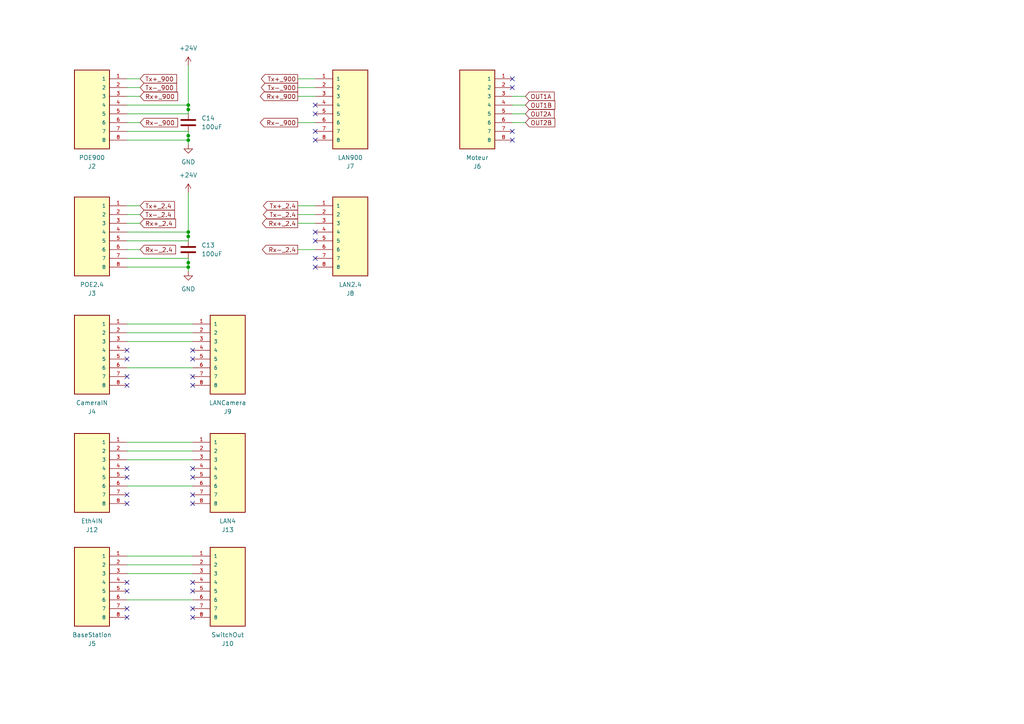
<source format=kicad_sch>
(kicad_sch (version 20231120) (generator "eeschema") (generator_version "8.0")
  (paper "A4")
  (lib_symbols
    (symbol "54601-908WPLF:54601-908WPLF" (pin_names (offset 1.016))
      (property "Reference" "J" (at -5.08 10.922 0))
      (property "Value" "54601-908WPLF" (at -5.08 -15.24 0))
      (symbol "54601-908WPLF_0_0"
        (rectangle (start -5.08 -12.7) (end 5.08 10.16) (stroke (width 0.254)) (fill (type background)))
        (pin passive line (at -10.16 7.62 0) (length 5.08) (name "1") (number "1"))
        (pin passive line (at -10.16 5.08 0) (length 5.08) (name "2") (number "2"))
        (pin passive line (at -10.16 2.54 0) (length 5.08) (name "3") (number "3"))
        (pin passive line (at -10.16 0 0) (length 5.08) (name "4") (number "4"))
        (pin passive line (at -10.16 -2.54 0) (length 5.08) (name "5") (number "5"))
        (pin passive line (at -10.16 -5.08 0) (length 5.08) (name "6") (number "6"))
        (pin passive line (at -10.16 -7.62 0) (length 5.08) (name "7") (number "7"))
        (pin passive line (at -10.16 -10.16 0) (length 5.08) (name "8") (number "8"))
      )
    )
    (symbol "Device:C" (pin_numbers hide) (pin_names (offset 0.254))
      (property "Reference" "C" (at 0.635 2.54 0))
      (property "Value" "C" (at 0.635 -2.54 0))
      (symbol "C_0_1"
        (polyline (pts (xy -2.032 -0.762) (xy 2.032 -0.762)) (stroke (width 0.508)))
        (polyline (pts (xy -2.032 0.762) (xy 2.032 0.762)) (stroke (width 0.508)))
      )
      (symbol "C_1_1"
        (pin passive line (at 0 3.81 270) (length 2.794) (name "~") (number "1"))
        (pin passive line (at 0 -3.81 90) (length 2.794) (name "~") (number "2"))
      )
    )
    (symbol "power:+24V" (power) (pin_numbers hide) (pin_names (offset 0) hide)
      (property "Value" "+24V" (at 0 3.556 0))
      (symbol "+24V_0_1"
        (polyline (pts (xy -0.762 1.27) (xy 0 2.54)))
        (polyline (pts (xy 0 0) (xy 0 2.54)))
        (polyline (pts (xy 0 2.54) (xy 0.762 1.27)))
      )
      (symbol "+24V_1_1"
        (pin power_in line (at 0 0 90) (length 0) (name "~") (number "1"))
      )
    )
    (symbol "power:GND" (power) (pin_numbers hide) (pin_names (offset 0) hide)
      (property "Value" "GND" (at 0 -3.81 0))
      (symbol "GND_0_1"
        (polyline (pts (xy 0 0) (xy 0 -1.27) (xy 1.27 -1.27) (xy 0 -2.54) (xy -1.27 -1.27) (xy 0 -1.27)))
      )
      (symbol "GND_1_1"
        (pin power_in line (at 0 0 270) (length 0) (name "~") (number "1"))
      )
    )
  )
  (junction (at 54.61 76.2))
  (junction (at 54.61 67.31))
  (junction (at 54.61 77.47))
  (junction (at 54.61 68.58))
  (junction (at 54.61 31.75))
  (junction (at 54.61 40.64))
  (junction (at 54.61 30.48))
  (junction (at 54.61 39.37))
  (no_connect (at 91.44 40.64))
  (no_connect (at 36.83 111.76))
  (no_connect (at 148.59 25.4))
  (no_connect (at 55.88 168.91))
  (no_connect (at 91.44 30.48))
  (no_connect (at 55.88 179.07))
  (no_connect (at 36.83 109.22))
  (no_connect (at 55.88 146.05))
  (no_connect (at 36.83 146.05))
  (no_connect (at 55.88 104.14))
  (no_connect (at 148.59 40.64))
  (no_connect (at 91.44 69.85))
  (no_connect (at 148.59 22.86))
  (no_connect (at 55.88 138.43))
  (no_connect (at 55.88 143.51))
  (no_connect (at 36.83 101.6))
  (no_connect (at 91.44 67.31))
  (no_connect (at 36.83 138.43))
  (no_connect (at 91.44 38.1))
  (no_connect (at 36.83 171.45))
  (no_connect (at 36.83 176.53))
  (no_connect (at 91.44 77.47))
  (no_connect (at 55.88 135.89))
  (no_connect (at 55.88 101.6))
  (no_connect (at 55.88 111.76))
  (no_connect (at 55.88 109.22))
  (no_connect (at 36.83 135.89))
  (no_connect (at 55.88 171.45))
  (no_connect (at 36.83 179.07))
  (no_connect (at 91.44 33.02))
  (no_connect (at 36.83 168.91))
  (no_connect (at 55.88 176.53))
  (no_connect (at 36.83 104.14))
  (no_connect (at 91.44 74.93))
  (no_connect (at 36.83 143.51))
  (no_connect (at 148.59 38.1))
  (wire (pts (xy 54.61 77.47) (xy 54.61 78.74)))
  (wire (pts (xy 36.83 133.35) (xy 55.88 133.35)))
  (wire (pts (xy 54.61 40.64) (xy 54.61 41.91)))
  (wire (pts (xy 36.83 72.39) (xy 40.64 72.39)))
  (wire (pts (xy 148.59 27.94) (xy 152.4 27.94)))
  (wire (pts (xy 36.83 25.4) (xy 40.64 25.4)))
  (wire (pts (xy 36.83 99.06) (xy 55.88 99.06)))
  (wire (pts (xy 36.83 173.99) (xy 55.88 173.99)))
  (wire (pts (xy 36.83 62.23) (xy 40.64 62.23)))
  (wire (pts (xy 36.83 40.64) (xy 54.61 40.64)))
  (wire (pts (xy 36.83 140.97) (xy 55.88 140.97)))
  (wire (pts (xy 36.83 106.68) (xy 55.88 106.68)))
  (wire (pts (xy 148.59 33.02) (xy 152.4 33.02)))
  (wire (pts (xy 54.61 39.37) (xy 54.61 40.64)))
  (wire (pts (xy 54.61 38.1) (xy 54.61 39.37)))
  (wire (pts (xy 36.83 128.27) (xy 55.88 128.27)))
  (wire (pts (xy 36.83 69.85) (xy 54.61 69.85)))
  (wire (pts (xy 36.83 77.47) (xy 54.61 77.47)))
  (wire (pts (xy 54.61 33.02) (xy 54.61 31.75)))
  (wire (pts (xy 36.83 96.52) (xy 55.88 96.52)))
  (wire (pts (xy 36.83 93.98) (xy 55.88 93.98)))
  (wire (pts (xy 86.36 72.39) (xy 91.44 72.39)))
  (wire (pts (xy 36.83 163.83) (xy 55.88 163.83)))
  (wire (pts (xy 36.83 33.02) (xy 54.61 33.02)))
  (wire (pts (xy 54.61 31.75) (xy 54.61 30.48)))
  (wire (pts (xy 148.59 35.56) (xy 152.4 35.56)))
  (wire (pts (xy 54.61 55.88) (xy 54.61 67.31)))
  (wire (pts (xy 36.83 59.69) (xy 40.64 59.69)))
  (wire (pts (xy 36.83 64.77) (xy 40.64 64.77)))
  (wire (pts (xy 86.36 35.56) (xy 91.44 35.56)))
  (wire (pts (xy 54.61 74.93) (xy 54.61 76.2)))
  (wire (pts (xy 86.36 27.94) (xy 91.44 27.94)))
  (wire (pts (xy 54.61 19.05) (xy 54.61 30.48)))
  (wire (pts (xy 148.59 30.48) (xy 152.4 30.48)))
  (wire (pts (xy 54.61 68.58) (xy 54.61 67.31)))
  (wire (pts (xy 54.61 67.31) (xy 36.83 67.31)))
  (wire (pts (xy 36.83 74.93) (xy 54.61 74.93)))
  (wire (pts (xy 36.83 27.94) (xy 40.64 27.94)))
  (wire (pts (xy 86.36 59.69) (xy 91.44 59.69)))
  (wire (pts (xy 54.61 76.2) (xy 54.61 77.47)))
  (wire (pts (xy 86.36 64.77) (xy 91.44 64.77)))
  (wire (pts (xy 86.36 22.86) (xy 91.44 22.86)))
  (wire (pts (xy 54.61 30.48) (xy 36.83 30.48)))
  (wire (pts (xy 36.83 38.1) (xy 54.61 38.1)))
  (wire (pts (xy 54.61 69.85) (xy 54.61 68.58)))
  (wire (pts (xy 36.83 166.37) (xy 55.88 166.37)))
  (wire (pts (xy 86.36 62.23) (xy 91.44 62.23)))
  (wire (pts (xy 86.36 25.4) (xy 91.44 25.4)))
  (wire (pts (xy 36.83 35.56) (xy 40.64 35.56)))
  (wire (pts (xy 36.83 161.29) (xy 55.88 161.29)))
  (wire (pts (xy 36.83 22.86) (xy 40.64 22.86)))
  (wire (pts (xy 36.83 130.81) (xy 55.88 130.81)))
  (global_label "Tx+_2.4" (shape input) (at 40.64 59.69 0) (property "Intersheetrefs" "${INTERSHEET_REFS}" (effects (hide yes))))
  (global_label "Rx+_900" (shape input) (at 40.64 27.94 0) (property "Intersheetrefs" "${INTERSHEET_REFS}" (effects (hide yes))))
  (global_label "Rx+_2.4" (shape output) (at 86.36 64.77 180) (property "Intersheetrefs" "${INTERSHEET_REFS}" (effects (hide yes))))
  (global_label "Tx-_2.4" (shape input) (at 40.64 62.23 0) (property "Intersheetrefs" "${INTERSHEET_REFS}" (effects (hide yes))))
  (global_label "Rx+_900" (shape output) (at 86.36 27.94 180) (property "Intersheetrefs" "${INTERSHEET_REFS}" (effects (hide yes))))
  (global_label "Tx+_2.4" (shape output) (at 86.36 59.69 180) (property "Intersheetrefs" "${INTERSHEET_REFS}" (effects (hide yes))))
  (global_label "Rx-_900" (shape input) (at 40.64 35.56 0) (property "Intersheetrefs" "${INTERSHEET_REFS}" (effects (hide yes))))
  (global_label "Tx+_900" (shape output) (at 86.36 22.86 180) (property "Intersheetrefs" "${INTERSHEET_REFS}" (effects (hide yes))))
  (global_label "OUT2A" (shape input) (at 152.4 33.02 0) (property "Intersheetrefs" "${INTERSHEET_REFS}" (effects (hide yes))))
  (global_label "Rx-_900" (shape output) (at 86.36 35.56 180) (property "Intersheetrefs" "${INTERSHEET_REFS}" (effects (hide yes))))
  (global_label "OUT1B" (shape input) (at 152.4 30.48 0) (property "Intersheetrefs" "${INTERSHEET_REFS}" (effects (hide yes))))
  (global_label "OUT2B" (shape input) (at 152.4 35.56 0) (property "Intersheetrefs" "${INTERSHEET_REFS}" (effects (hide yes))))
  (global_label "Rx+_2.4" (shape input) (at 40.64 64.77 0) (property "Intersheetrefs" "${INTERSHEET_REFS}" (effects (hide yes))))
  (global_label "Tx-_900" (shape input) (at 40.64 25.4 0) (property "Intersheetrefs" "${INTERSHEET_REFS}" (effects (hide yes))))
  (global_label "OUT1A" (shape input) (at 152.4 27.94 0) (property "Intersheetrefs" "${INTERSHEET_REFS}" (effects (hide yes))))
  (global_label "Tx+_900" (shape input) (at 40.64 22.86 0) (property "Intersheetrefs" "${INTERSHEET_REFS}" (effects (hide yes))))
  (global_label "Tx-_900" (shape output) (at 86.36 25.4 180) (property "Intersheetrefs" "${INTERSHEET_REFS}" (effects (hide yes))))
  (global_label "Rx-_2.4" (shape output) (at 86.36 72.39 180) (property "Intersheetrefs" "${INTERSHEET_REFS}" (effects (hide yes))))
  (global_label "Rx-_2.4" (shape input) (at 40.64 72.39 0) (property "Intersheetrefs" "${INTERSHEET_REFS}" (effects (hide yes))))
  (global_label "Tx-_2.4" (shape output) (at 86.36 62.23 180) (property "Intersheetrefs" "${INTERSHEET_REFS}" (effects (hide yes))))
  (symbol (lib_id "power:GND") (at 54.61 41.91 0) (unit 1)
    (property "Reference" "#PWR013" (effects (hide yes)))
    (property "Value" "GND" (at 54.61 46.99 0))
    (property "Description" "Power symbol creates a global label with name \"GND\" , ground" (effects (hide yes)))
  )
  (symbol (lib_id "54601-908WPLF:54601-908WPLF") (at 66.04 168.91 0) (unit 1)
    (property "Reference" "J10" (at 66.04 186.69 0))
    (property "Value" "SwitchOut" (at 66.04 184.15 0))
    (property "Footprint" "54601-908WPLF:AMPHENOL_54601-908WPLF" (effects (hide yes)))
    (property "PARTREV" "F" (effects (hide yes)))
    (property "STANDARD" "Manufacturer Recommendations" (effects (hide yes)))
    (property "MAXIMUM_PACKAGE_HEIGHT" "11.5mm" (effects (hide yes)))
    (property "MANUFACTURER" "Amphenol" (effects (hide yes)))
  )
  (symbol (lib_id "54601-908WPLF:54601-908WPLF") (at 26.67 168.91 0) (mirror y) (unit 1)
    (property "Reference" "J5" (at 26.67 186.69 0))
    (property "Value" "BaseStation" (at 26.67 184.15 0))
    (property "Footprint" "54601-908WPLF:AMPHENOL_54601-908WPLF" (effects (hide yes)))
    (property "PARTREV" "F" (effects (hide yes)))
    (property "STANDARD" "Manufacturer Recommendations" (effects (hide yes)))
    (property "MAXIMUM_PACKAGE_HEIGHT" "11.5mm" (effects (hide yes)))
    (property "MANUFACTURER" "Amphenol" (effects (hide yes)))
  )
  (symbol (lib_id "Device:C") (at 54.61 72.39 0) (unit 1)
    (property "Reference" "C13" (at 58.42 71.1199 0) (effects (justify left)))
    (property "Value" "100uF" (at 58.42 73.6599 0) (effects (justify left)))
    (property "Footprint" "Capacitor_THT:CP_Radial_D5.0mm_P2.50mm" (effects (hide yes)))
    (property "Description" "Unpolarized capacitor" (effects (hide yes)))
  )
  (symbol (lib_id "power:GND") (at 54.61 78.74 0) (unit 1)
    (property "Reference" "#PWR015" (effects (hide yes)))
    (property "Value" "GND" (at 54.61 83.82 0))
    (property "Description" "Power symbol creates a global label with name \"GND\" , ground" (effects (hide yes)))
  )
  (symbol (lib_id "54601-908WPLF:54601-908WPLF") (at 26.67 135.89 0) (mirror y) (unit 1)
    (property "Reference" "J12" (at 26.67 153.67 0))
    (property "Value" "Eth4IN" (at 26.67 151.13 0))
    (property "Footprint" "54601-908WPLF:AMPHENOL_54601-908WPLF" (effects (hide yes)))
    (property "PARTREV" "F" (effects (hide yes)))
    (property "STANDARD" "Manufacturer Recommendations" (effects (hide yes)))
    (property "MAXIMUM_PACKAGE_HEIGHT" "11.5mm" (effects (hide yes)))
    (property "MANUFACTURER" "Amphenol" (effects (hide yes)))
  )
  (symbol (lib_id "54601-908WPLF:54601-908WPLF") (at 101.6 30.48 0) (unit 1)
    (property "Reference" "J7" (at 101.6 48.26 0))
    (property "Value" "LAN900" (at 101.6 45.72 0))
    (property "Footprint" "54601-908WPLF:AMPHENOL_54601-908WPLF" (effects (hide yes)))
    (property "PARTREV" "F" (effects (hide yes)))
    (property "STANDARD" "Manufacturer Recommendations" (effects (hide yes)))
    (property "MAXIMUM_PACKAGE_HEIGHT" "11.5mm" (effects (hide yes)))
    (property "MANUFACTURER" "Amphenol" (effects (hide yes)))
  )
  (symbol (lib_id "54601-908WPLF:54601-908WPLF") (at 66.04 101.6 0) (unit 1)
    (property "Reference" "J9" (at 66.04 119.38 0))
    (property "Value" "LANCamera" (at 66.04 116.84 0))
    (property "Footprint" "54601-908WPLF:AMPHENOL_54601-908WPLF" (effects (hide yes)))
    (property "PARTREV" "F" (effects (hide yes)))
    (property "STANDARD" "Manufacturer Recommendations" (effects (hide yes)))
    (property "MAXIMUM_PACKAGE_HEIGHT" "11.5mm" (effects (hide yes)))
    (property "MANUFACTURER" "Amphenol" (effects (hide yes)))
  )
  (symbol (lib_id "power:+24V") (at 54.61 55.88 0) (unit 1)
    (property "Reference" "#PWR014" (effects (hide yes)))
    (property "Value" "+24V" (at 54.61 50.8 0))
    (property "Description" "Power symbol creates a global label with name \"+24V\"" (effects (hide yes)))
  )
  (symbol (lib_id "Device:C") (at 54.61 35.56 0) (unit 1)
    (property "Reference" "C14" (at 58.42 34.2899 0) (effects (justify left)))
    (property "Value" "100uF" (at 58.42 36.8299 0) (effects (justify left)))
    (property "Footprint" "Capacitor_THT:CP_Radial_D5.0mm_P2.50mm" (effects (hide yes)))
    (property "Description" "Unpolarized capacitor" (effects (hide yes)))
  )
  (symbol (lib_id "54601-908WPLF:54601-908WPLF") (at 26.67 30.48 0) (mirror y) (unit 1)
    (property "Reference" "J2" (at 26.67 48.26 0))
    (property "Value" "POE900" (at 26.67 45.72 0))
    (property "Footprint" "54601-908WPLF:AMPHENOL_54601-908WPLF" (effects (hide yes)))
    (property "PARTREV" "F" (effects (hide yes)))
    (property "STANDARD" "Manufacturer Recommendations" (effects (hide yes)))
    (property "MAXIMUM_PACKAGE_HEIGHT" "11.5mm" (effects (hide yes)))
    (property "MANUFACTURER" "Amphenol" (effects (hide yes)))
  )
  (symbol (lib_id "54601-908WPLF:54601-908WPLF") (at 26.67 67.31 0) (mirror y) (unit 1)
    (property "Reference" "J3" (at 26.67 85.09 0))
    (property "Value" "POE2.4" (at 26.67 82.55 0))
    (property "Footprint" "54601-908WPLF:AMPHENOL_54601-908WPLF" (effects (hide yes)))
    (property "PARTREV" "F" (effects (hide yes)))
    (property "STANDARD" "Manufacturer Recommendations" (effects (hide yes)))
    (property "MAXIMUM_PACKAGE_HEIGHT" "11.5mm" (effects (hide yes)))
    (property "MANUFACTURER" "Amphenol" (effects (hide yes)))
  )
  (symbol (lib_id "54601-908WPLF:54601-908WPLF") (at 138.43 30.48 0) (mirror y) (unit 1)
    (property "Reference" "J6" (at 138.43 48.26 0))
    (property "Value" "Moteur" (at 138.43 45.72 0))
    (property "Footprint" "54601-908WPLF:AMPHENOL_54601-908WPLF" (effects (hide yes)))
    (property "PARTREV" "F" (effects (hide yes)))
    (property "STANDARD" "Manufacturer Recommendations" (effects (hide yes)))
    (property "MAXIMUM_PACKAGE_HEIGHT" "11.5mm" (effects (hide yes)))
    (property "MANUFACTURER" "Amphenol" (effects (hide yes)))
  )
  (symbol (lib_id "54601-908WPLF:54601-908WPLF") (at 66.04 135.89 0) (unit 1)
    (property "Reference" "J13" (at 66.04 153.67 0))
    (property "Value" "LAN4" (at 66.04 151.13 0))
    (property "Footprint" "54601-908WPLF:AMPHENOL_54601-908WPLF" (effects (hide yes)))
    (property "PARTREV" "F" (effects (hide yes)))
    (property "STANDARD" "Manufacturer Recommendations" (effects (hide yes)))
    (property "MAXIMUM_PACKAGE_HEIGHT" "11.5mm" (effects (hide yes)))
    (property "MANUFACTURER" "Amphenol" (effects (hide yes)))
  )
  (symbol (lib_id "power:+24V") (at 54.61 19.05 0) (unit 1)
    (property "Reference" "#PWR012" (effects (hide yes)))
    (property "Value" "+24V" (at 54.61 13.97 0))
    (property "Description" "Power symbol creates a global label with name \"+24V\"" (effects (hide yes)))
  )
  (symbol (lib_id "54601-908WPLF:54601-908WPLF") (at 101.6 67.31 0) (unit 1)
    (property "Reference" "J8" (at 101.6 85.09 0))
    (property "Value" "LAN2.4" (at 101.6 82.55 0))
    (property "Footprint" "54601-908WPLF:AMPHENOL_54601-908WPLF" (effects (hide yes)))
    (property "PARTREV" "F" (effects (hide yes)))
    (property "STANDARD" "Manufacturer Recommendations" (effects (hide yes)))
    (property "MAXIMUM_PACKAGE_HEIGHT" "11.5mm" (effects (hide yes)))
    (property "MANUFACTURER" "Amphenol" (effects (hide yes)))
  )
  (symbol (lib_id "54601-908WPLF:54601-908WPLF") (at 26.67 101.6 0) (mirror y) (unit 1)
    (property "Reference" "J4" (at 26.67 119.38 0))
    (property "Value" "CameraIN" (at 26.67 116.84 0))
    (property "Footprint" "54601-908WPLF:AMPHENOL_54601-908WPLF" (effects (hide yes)))
    (property "PARTREV" "F" (effects (hide yes)))
    (property "STANDARD" "Manufacturer Recommendations" (effects (hide yes)))
    (property "MAXIMUM_PACKAGE_HEIGHT" "11.5mm" (effects (hide yes)))
    (property "MANUFACTURER" "Amphenol" (effects (hide yes)))
  )
)
</source>
